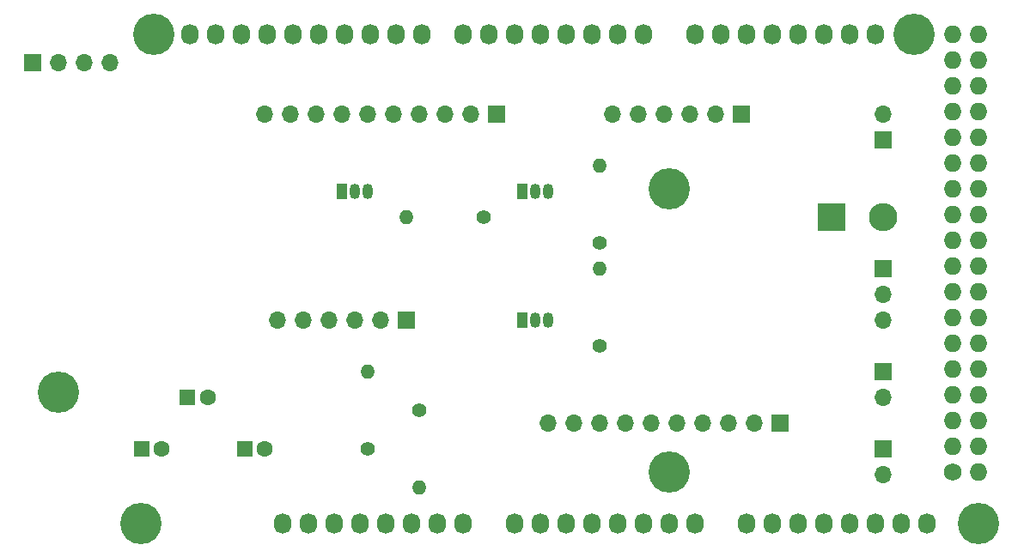
<source format=gbs>
%TF.GenerationSoftware,KiCad,Pcbnew,(6.0.4-0)*%
%TF.CreationDate,2022-07-18T13:43:56-07:00*%
%TF.ProjectId,sailface-mega-shield,7361696c-6661-4636-952d-6d6567612d73,v0.2*%
%TF.SameCoordinates,Original*%
%TF.FileFunction,Soldermask,Bot*%
%TF.FilePolarity,Negative*%
%FSLAX46Y46*%
G04 Gerber Fmt 4.6, Leading zero omitted, Abs format (unit mm)*
G04 Created by KiCad (PCBNEW (6.0.4-0)) date 2022-07-18 13:43:56*
%MOMM*%
%LPD*%
G01*
G04 APERTURE LIST*
%ADD10C,4.064000*%
%ADD11C,1.400000*%
%ADD12O,1.400000X1.400000*%
%ADD13C,1.727200*%
%ADD14O,1.727200X1.727200*%
%ADD15O,1.727200X2.032000*%
%ADD16R,1.600000X1.600000*%
%ADD17C,1.600000*%
%ADD18R,1.050000X1.500000*%
%ADD19O,1.050000X1.500000*%
%ADD20R,1.700000X1.700000*%
%ADD21O,1.700000X1.700000*%
%ADD22R,2.800000X2.800000*%
%ADD23O,2.800000X2.800000*%
G04 APERTURE END LIST*
D10*
X109220000Y-106172000D03*
D11*
X139700000Y-111760000D03*
D12*
X139700000Y-104140000D03*
D11*
X162560000Y-101600000D03*
D12*
X162560000Y-93980000D03*
D11*
X144780000Y-107950000D03*
D12*
X144780000Y-115570000D03*
D11*
X151130000Y-88900000D03*
D12*
X143510000Y-88900000D03*
D11*
X162560000Y-91440000D03*
D12*
X162560000Y-83820000D03*
D13*
X197358000Y-114046000D03*
D14*
X199898000Y-114046000D03*
X197358000Y-111506000D03*
X199898000Y-111506000D03*
X197358000Y-108966000D03*
X199898000Y-108966000D03*
X197358000Y-106426000D03*
X199898000Y-106426000D03*
X197358000Y-103886000D03*
X199898000Y-103886000D03*
X197358000Y-101346000D03*
X199898000Y-101346000D03*
X197358000Y-98806000D03*
X199898000Y-98806000D03*
X197358000Y-96266000D03*
X199898000Y-96266000D03*
X197358000Y-93726000D03*
X199898000Y-93726000D03*
X197358000Y-91186000D03*
X199898000Y-91186000D03*
X197358000Y-88646000D03*
X199898000Y-88646000D03*
X197358000Y-86106000D03*
X199898000Y-86106000D03*
X197358000Y-83566000D03*
X199898000Y-83566000D03*
X197358000Y-81026000D03*
X199898000Y-81026000D03*
X197358000Y-78486000D03*
X199898000Y-78486000D03*
X197358000Y-75946000D03*
X199898000Y-75946000D03*
X197358000Y-73406000D03*
X199898000Y-73406000D03*
X197358000Y-70866000D03*
X199898000Y-70866000D03*
D15*
X131318000Y-119126000D03*
X133858000Y-119126000D03*
X136398000Y-119126000D03*
X138938000Y-119126000D03*
X141478000Y-119126000D03*
X144018000Y-119126000D03*
X146558000Y-119126000D03*
X149098000Y-119126000D03*
X154178000Y-119126000D03*
X156718000Y-119126000D03*
X159258000Y-119126000D03*
X161798000Y-119126000D03*
X164338000Y-119126000D03*
X166878000Y-119126000D03*
X169418000Y-119126000D03*
X171958000Y-119126000D03*
X177038000Y-119126000D03*
X179578000Y-119126000D03*
X182118000Y-119126000D03*
X184658000Y-119126000D03*
X187198000Y-119126000D03*
X189738000Y-119126000D03*
X192278000Y-119126000D03*
X194818000Y-119126000D03*
X122174000Y-70866000D03*
X124714000Y-70866000D03*
X127254000Y-70866000D03*
X129794000Y-70866000D03*
X132334000Y-70866000D03*
X134874000Y-70866000D03*
X137414000Y-70866000D03*
X139954000Y-70866000D03*
X142494000Y-70866000D03*
X145034000Y-70866000D03*
X149098000Y-70866000D03*
X151638000Y-70866000D03*
X154178000Y-70866000D03*
X156718000Y-70866000D03*
X159258000Y-70866000D03*
X161798000Y-70866000D03*
X164338000Y-70866000D03*
X166878000Y-70866000D03*
X171958000Y-70866000D03*
X174498000Y-70866000D03*
X177038000Y-70866000D03*
X179578000Y-70866000D03*
X182118000Y-70866000D03*
X184658000Y-70866000D03*
X187198000Y-70866000D03*
X189738000Y-70866000D03*
D10*
X117348000Y-119126000D03*
X169418000Y-114046000D03*
X199898000Y-119126000D03*
X118618000Y-70866000D03*
X169418000Y-86106000D03*
X193548000Y-70866000D03*
D16*
X117380000Y-111760000D03*
D17*
X119380000Y-111760000D03*
D18*
X137160000Y-86360000D03*
D19*
X138430000Y-86360000D03*
X139700000Y-86360000D03*
D20*
X190500000Y-93980000D03*
D21*
X190500000Y-96520000D03*
X190500000Y-99060000D03*
D16*
X121920000Y-106680000D03*
D17*
X123920000Y-106680000D03*
D20*
X190500000Y-81280000D03*
D21*
X190500000Y-78740000D03*
D20*
X190500000Y-111760000D03*
D21*
X190500000Y-114300000D03*
D20*
X190500000Y-104140000D03*
D21*
X190500000Y-106680000D03*
D20*
X152400000Y-78740000D03*
D21*
X149860000Y-78740000D03*
X147320000Y-78740000D03*
X144780000Y-78740000D03*
X142240000Y-78740000D03*
X139700000Y-78740000D03*
X137160000Y-78740000D03*
X134620000Y-78740000D03*
X132080000Y-78740000D03*
X129540000Y-78740000D03*
D22*
X185420000Y-88900000D03*
D23*
X190500000Y-88900000D03*
D16*
X127540000Y-111760000D03*
D17*
X129540000Y-111760000D03*
D20*
X176505000Y-78765000D03*
D21*
X173965000Y-78765000D03*
X171425000Y-78765000D03*
X168885000Y-78765000D03*
X166345000Y-78765000D03*
X163805000Y-78765000D03*
D20*
X180340000Y-109220000D03*
D21*
X177800000Y-109220000D03*
X175260000Y-109220000D03*
X172720000Y-109220000D03*
X170180000Y-109220000D03*
X167640000Y-109220000D03*
X165100000Y-109220000D03*
X162560000Y-109220000D03*
X160020000Y-109220000D03*
X157480000Y-109220000D03*
X130785000Y-99085000D03*
X133325000Y-99085000D03*
X135865000Y-99085000D03*
X138405000Y-99085000D03*
X140945000Y-99085000D03*
D20*
X143485000Y-99085000D03*
X106680000Y-73660000D03*
D21*
X109220000Y-73660000D03*
X111760000Y-73660000D03*
X114300000Y-73660000D03*
D18*
X154940000Y-86360000D03*
D19*
X156210000Y-86360000D03*
X157480000Y-86360000D03*
D18*
X154940000Y-99060000D03*
D19*
X156210000Y-99060000D03*
X157480000Y-99060000D03*
M02*

</source>
